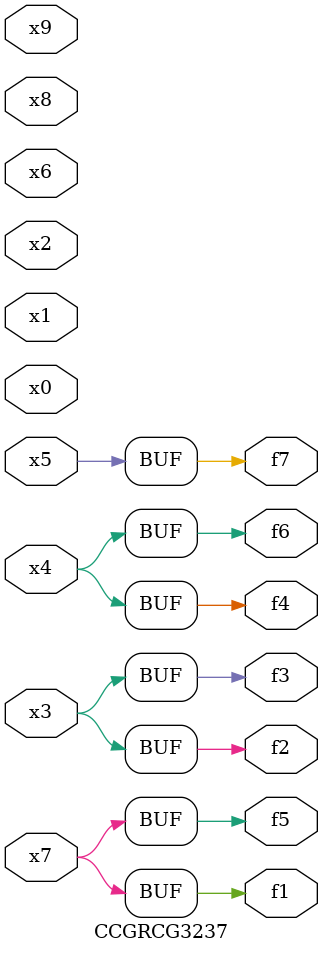
<source format=v>
module CCGRCG3237(
	input x0, x1, x2, x3, x4, x5, x6, x7, x8, x9,
	output f1, f2, f3, f4, f5, f6, f7
);
	assign f1 = x7;
	assign f2 = x3;
	assign f3 = x3;
	assign f4 = x4;
	assign f5 = x7;
	assign f6 = x4;
	assign f7 = x5;
endmodule

</source>
